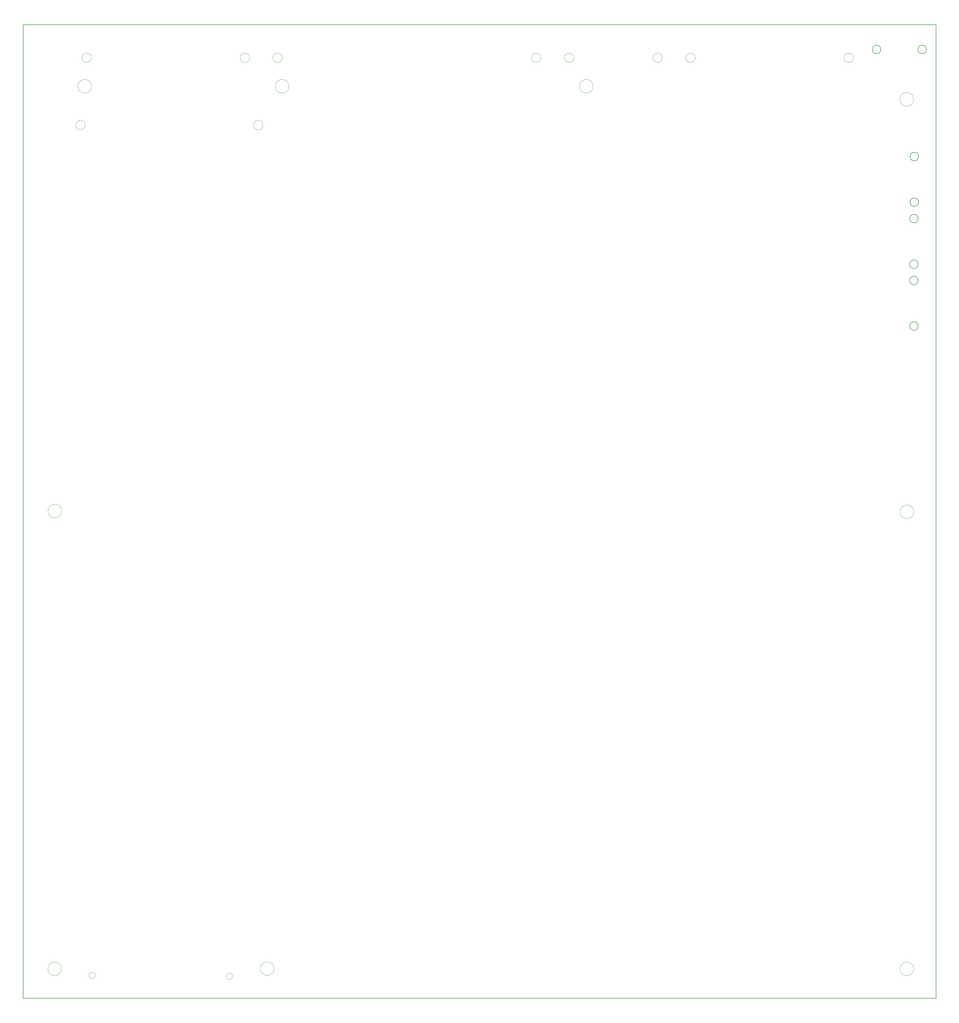
<source format=gbr>
%TF.GenerationSoftware,KiCad,Pcbnew,9.0.6*%
%TF.CreationDate,2025-11-01T23:52:33+00:00*%
%TF.ProjectId,EinsteinTC01,45696e73-7465-4696-9e54-4330312e6b69,rev?*%
%TF.SameCoordinates,Original*%
%TF.FileFunction,Profile,NP*%
%FSLAX46Y46*%
G04 Gerber Fmt 4.6, Leading zero omitted, Abs format (unit mm)*
G04 Created by KiCad (PCBNEW 9.0.6) date 2025-11-01 23:52:33*
%MOMM*%
%LPD*%
G01*
G04 APERTURE LIST*
%TA.AperFunction,Profile*%
%ADD10C,0.050000*%
%TD*%
%TA.AperFunction,Profile*%
%ADD11C,0.200000*%
%TD*%
%TA.AperFunction,Profile*%
%ADD12C,0.150000*%
%TD*%
%TA.AperFunction,Profile*%
%ADD13C,0.100000*%
%TD*%
G04 APERTURE END LIST*
D10*
X382410803Y-180389197D02*
G75*
G02*
X377909197Y-180389197I-2250803J0D01*
G01*
X377909197Y-180389197D02*
G75*
G02*
X382410803Y-180389197I2250803J0D01*
G01*
X270830129Y-31190000D02*
G75*
G02*
X267729871Y-31190000I-1550129J0D01*
G01*
X267729871Y-31190000D02*
G75*
G02*
X270830129Y-31190000I1550129J0D01*
G01*
X382400803Y-330619197D02*
G75*
G02*
X377899197Y-330619197I-2250803J0D01*
G01*
X377899197Y-330619197D02*
G75*
G02*
X382400803Y-330619197I2250803J0D01*
G01*
X277120803Y-40559871D02*
G75*
G02*
X272619197Y-40559871I-2250803J0D01*
G01*
X272619197Y-40559871D02*
G75*
G02*
X277120803Y-40559871I2250803J0D01*
G01*
X110350129Y-53259871D02*
G75*
G02*
X107249871Y-53259871I-1550129J0D01*
G01*
X107249871Y-53259871D02*
G75*
G02*
X110350129Y-53259871I1550129J0D01*
G01*
X172400803Y-330549197D02*
G75*
G02*
X167899197Y-330549197I-2250803J0D01*
G01*
X167899197Y-330549197D02*
G75*
G02*
X172400803Y-330549197I2250803J0D01*
G01*
X102660803Y-180199197D02*
G75*
G02*
X98159197Y-180199197I-2250803J0D01*
G01*
X98159197Y-180199197D02*
G75*
G02*
X102660803Y-180199197I2250803J0D01*
G01*
X382340803Y-44819197D02*
G75*
G02*
X377839197Y-44819197I-2250803J0D01*
G01*
X377839197Y-44819197D02*
G75*
G02*
X382340803Y-44819197I2250803J0D01*
G01*
X362610129Y-31190000D02*
G75*
G02*
X359509871Y-31190000I-1550129J0D01*
G01*
X359509871Y-31190000D02*
G75*
G02*
X362610129Y-31190000I1550129J0D01*
G01*
X112380129Y-31190000D02*
G75*
G02*
X109279871Y-31190000I-1550129J0D01*
G01*
X109279871Y-31190000D02*
G75*
G02*
X112380129Y-31190000I1550129J0D01*
G01*
X259990129Y-31190000D02*
G75*
G02*
X256889871Y-31190000I-1550129J0D01*
G01*
X256889871Y-31190000D02*
G75*
G02*
X259990129Y-31190000I1550129J0D01*
G01*
X177250803Y-40559871D02*
G75*
G02*
X172749197Y-40559871I-2250803J0D01*
G01*
X172749197Y-40559871D02*
G75*
G02*
X177250803Y-40559871I2250803J0D01*
G01*
X175070129Y-31190000D02*
G75*
G02*
X171969871Y-31190000I-1550129J0D01*
G01*
X171969871Y-31190000D02*
G75*
G02*
X175070129Y-31190000I1550129J0D01*
G01*
X310640129Y-31190000D02*
G75*
G02*
X307539871Y-31190000I-1550129J0D01*
G01*
X307539871Y-31190000D02*
G75*
G02*
X310640129Y-31190000I1550129J0D01*
G01*
X164340129Y-31190000D02*
G75*
G02*
X161239871Y-31190000I-1550129J0D01*
G01*
X161239871Y-31190000D02*
G75*
G02*
X164340129Y-31190000I1550129J0D01*
G01*
D11*
X89980000Y-20300000D02*
X389680000Y-20300000D01*
X389680000Y-340300000D01*
X89980000Y-340300000D01*
X89980000Y-20300000D01*
D10*
X112440803Y-40559871D02*
G75*
G02*
X107939197Y-40559871I-2250803J0D01*
G01*
X107939197Y-40559871D02*
G75*
G02*
X112440803Y-40559871I2250803J0D01*
G01*
X102600803Y-330569197D02*
G75*
G02*
X98099197Y-330569197I-2250803J0D01*
G01*
X98099197Y-330569197D02*
G75*
G02*
X102600803Y-330569197I2250803J0D01*
G01*
X168740129Y-53259871D02*
G75*
G02*
X165639871Y-53259871I-1550129J0D01*
G01*
X165639871Y-53259871D02*
G75*
G02*
X168740129Y-53259871I1550129J0D01*
G01*
X299870129Y-31190000D02*
G75*
G02*
X296769871Y-31190000I-1550129J0D01*
G01*
X296769871Y-31190000D02*
G75*
G02*
X299870129Y-31190000I1550129J0D01*
G01*
D12*
%TO.C,M16*%
X371570000Y-28435000D02*
G75*
G02*
X368770000Y-28435000I-1400000J0D01*
G01*
X368770000Y-28435000D02*
G75*
G02*
X371570000Y-28435000I1400000J0D01*
G01*
X386570000Y-28435000D02*
G75*
G02*
X383770000Y-28435000I-1400000J0D01*
G01*
X383770000Y-28435000D02*
G75*
G02*
X386570000Y-28435000I1400000J0D01*
G01*
%TO.C,M15*%
X383850000Y-84035000D02*
G75*
G02*
X381050000Y-84035000I-1400000J0D01*
G01*
X381050000Y-84035000D02*
G75*
G02*
X383850000Y-84035000I1400000J0D01*
G01*
X383850000Y-99035000D02*
G75*
G02*
X381050000Y-99035000I-1400000J0D01*
G01*
X381050000Y-99035000D02*
G75*
G02*
X383850000Y-99035000I1400000J0D01*
G01*
%TO.C,M13*%
X383970000Y-63650000D02*
G75*
G02*
X381170000Y-63650000I-1400000J0D01*
G01*
X381170000Y-63650000D02*
G75*
G02*
X383970000Y-63650000I1400000J0D01*
G01*
X383970000Y-78650000D02*
G75*
G02*
X381170000Y-78650000I-1400000J0D01*
G01*
X381170000Y-78650000D02*
G75*
G02*
X383970000Y-78650000I1400000J0D01*
G01*
%TO.C,M14*%
X383850000Y-104360000D02*
G75*
G02*
X381050000Y-104360000I-1400000J0D01*
G01*
X381050000Y-104360000D02*
G75*
G02*
X383850000Y-104360000I1400000J0D01*
G01*
X383850000Y-119360000D02*
G75*
G02*
X381050000Y-119360000I-1400000J0D01*
G01*
X381050000Y-119360000D02*
G75*
G02*
X383850000Y-119360000I1400000J0D01*
G01*
D13*
%TO.C,M6*%
X113720000Y-332790000D02*
G75*
G02*
X111620000Y-332790000I-1050000J0D01*
G01*
X111620000Y-332790000D02*
G75*
G02*
X113720000Y-332790000I1050000J0D01*
G01*
X158720000Y-333040000D02*
G75*
G02*
X156620000Y-333040000I-1050000J0D01*
G01*
X156620000Y-333040000D02*
G75*
G02*
X158720000Y-333040000I1050000J0D01*
G01*
%TD*%
M02*

</source>
